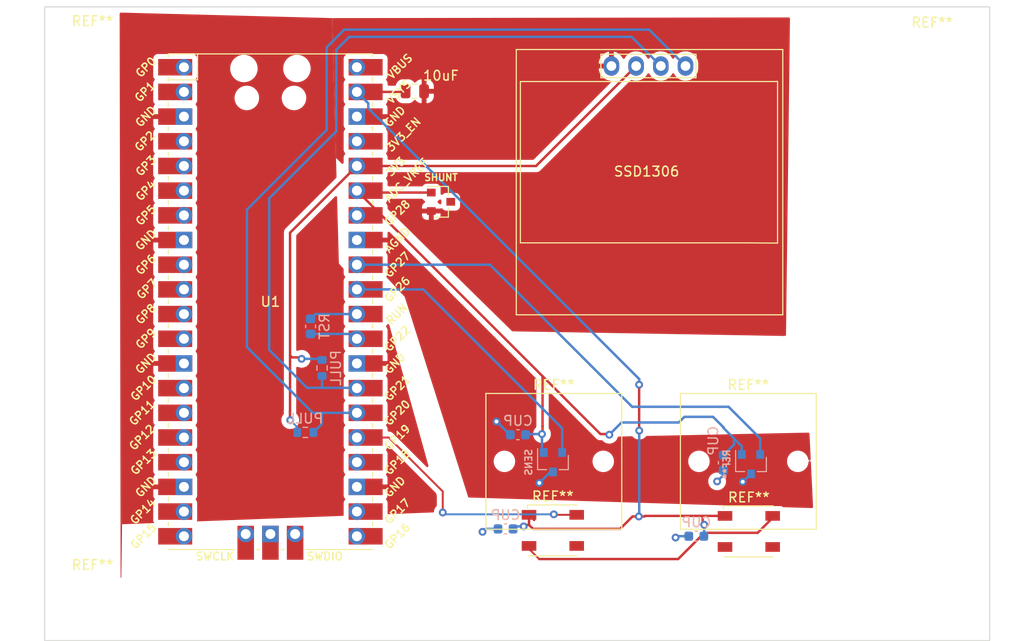
<source format=kicad_pcb>
(kicad_pcb (version 20221018) (generator pcbnew)
  (layers (0 "F.Cu" signal) (31 "B.Cu" signal) (34 "B.Paste" user) (35 "F.Paste" user) (36 "B.SilkS" user "B.Silkscreen") (37 "F.SilkS" user "F.Silkscreen") (38 "B.Mask" user) (39 "F.Mask" user) (44 "Edge.Cuts" user))
  (net 0 "")
  (net 1 "AGND")
  (net 2 "GND")
  (footprint "SSD1306:128x64OLED" (layer "F.Cu") (at 82 75)
    (fp_text reference "SSD1306" (at 0 0.254) (layer "F.SilkS"))
    (fp_text value "128x64OLED")
    (fp_line (start -13.4 -12.3) (end 14 -12.3) (stroke (width 0.12)) (layer "F.SilkS"))
    (fp_line (start -13.4 15) (end -13.4 -12.3) (stroke (width 0.12)) (layer "F.SilkS"))
    (fp_line (start -12.978 -9.005) (end 10.122 -9.005) (stroke (width 0.12)) (layer "F.SilkS"))
    (fp_line (start -12.978 7.595) (end -12.978 -9.005) (stroke (width 0.12)) (layer "F.SilkS"))
    (fp_line (start -4.699 -11.811) (end -4.699 -9.398) (stroke (width 0.12)) (layer "F.SilkS"))
    (fp_line (start -4.699 -11.811) (end 5.08 -11.811) (stroke (width 0.12)) (layer "F.SilkS"))
    (fp_line (start 5.08 -11.811) (end 5.08 -9.398) (stroke (width 0.12)) (layer "F.SilkS"))
    (fp_line (start 5.08 -9.398) (end -4.699 -9.398) (stroke (width 0.12)) (layer "F.SilkS"))
    (fp_line (start 10.122 -9.005) (end 13.208 -9.005) (stroke (width 0.12)) (layer "F.SilkS"))
    (fp_line (start 10.122 7.595) (end -12.978 7.595) (stroke (width 0.12)) (layer "F.SilkS"))
    (fp_line (start 10.122 7.595) (end 13.462 7.62) (stroke (width 0.12)) (layer "F.SilkS"))
    (fp_line (start 13.462 -9.017) (end 13.208 -9.005) (stroke (width 0.12)) (layer "F.SilkS"))
    (fp_line (start 13.462 7.62) (end 13.462 -9.017) (stroke (width 0.12)) (layer "F.SilkS"))
    (fp_line (start 14 -12.3) (end 14 15) (stroke (width 0.12)) (layer "F.SilkS"))
    (fp_line (start 14 15) (end -13.4 15) (stroke (width 0.12)) (layer "F.SilkS"))
    (pad "1" thru_hole oval (at -3.62 -10.6 90) (size 2 1.6) (drill 1) (layers "*.Cu" "*.Mask") (net 2 "GND"))
    (pad "2" thru_hole oval (at -1.08 -10.6 90) (size 2 1.6) (drill 1) (layers "*.Cu" "*.Mask"))
    (pad "3" thru_hole oval (at 1.46 -10.6 90) (size 2 1.6) (drill 1) (layers "*.Cu" "*.Mask"))
    (pad "4" thru_hole oval (at 4 -10.6 90) (size 2 1.6) (drill 1) (layers "*.Cu" "*.Mask"))
  )
  (footprint "MountingHole:MountingHole_2.2mm_M2" (layer "F.Cu") (at 25.03 62.98)
    (fp_text reference "REF**" (at 0 -3.2) (layer "F.SilkS"))
    (fp_text value "MountingHole_2.2mm_M2")
    (pad "" np_thru_hole circle (at -0.03 0.02) (size 2.2 2.2) (drill 2.2) (layers "F&B.Cu" "*.Mask"))
  )
  (footprint "Keebio-Parts:SOT-23" (layer "F.Cu") (at 60.86 78.37)
    (fp_text reference "SHUNT" (at 0 -2.5) (layer "F.SilkS") (effects (font (size 0.7 0.7))))
    (fp_text value "LM4040")
    (fp_line (start 0.76 -1.58) (end -1.4 -1.58) (stroke (width 0.12)) (layer "F.SilkS"))
    (fp_line (start 0.76 -1.58) (end 0.76 -0.65) (stroke (width 0.12)) (layer "F.SilkS"))
    (fp_line (start 0.76 1.58) (end -0.7 1.58) (stroke (width 0.12)) (layer "F.SilkS"))
    (fp_line (start 0.76 1.58) (end 0.76 0.65) (stroke (width 0.12)) (layer "F.SilkS"))
    (pad "1" smd rect (at -1 -0.95) (size 0.9 0.8) (layers "F.Cu" "F.Paste" "F.Mask"))
    (pad "2" smd rect (at -1 0.95) (size 0.9 0.8) (layers "F.Cu" "F.Paste" "F.Mask") (net 2 "GND"))
    (pad "3" smd rect (at 1 0) (size 0.9 0.8) (layers "F.Cu" "F.Paste" "F.Mask"))
  )
  (footprint "MCU_RaspberryPi_and_Boards:RPi_Pico_SMD_TH" (layer "F.Cu") (at 43.32 88.655)
    (fp_text reference "U1" (at 0 0) (layer "F.SilkS"))
    (fp_text value "RPi_Pico_SMD_TH")
    (fp_text user "GP4" (at -12.8 -11.43 45) (layer "F.SilkS") (effects (font (size 0.8 0.8))))
    (fp_text user "GP22" (at 13.054 3.81 45) (layer "F.SilkS") (effects (font (size 0.8 0.8))))
    (fp_text user "SWCLK" (at -5.7 26.2) (layer "F.SilkS") (effects (font (size 0.8 0.8))))
    (fp_text user "GP6" (at -12.8 -3.81 45) (layer "F.SilkS") (effects (font (size 0.8 0.8))))
    (fp_text user "GP7" (at -12.7 -1.3 45) (layer "F.SilkS") (effects (font (size 0.8 0.8))))
    (fp_text user "3V3_EN" (at 13.7 -17.2 45) (layer "F.SilkS") (effects (font (size 0.8 0.8))))
    (fp_text user "GP26" (at 13.054 -1.27 45) (layer "F.SilkS") (effects (font (size 0.8 0.8))))
    (fp_text user "GND" (at -12.8 -19.05 45) (layer "F.SilkS") (effects (font (size 0.8 0.8))))
    (fp_text user "GP13" (at -13.054 16.51 45) (layer "F.SilkS") (effects (font (size 0.8 0.8))))
    (fp_text user "GP20" (at 13.054 11.43 45) (layer "F.SilkS") (effects (font (size 0.8 0.8))))
    (fp_text user "GP14" (at -13.1 21.59 45) (layer "F.SilkS") (effects (font (size 0.8 0.8))))
    (fp_text user "GP15" (at -13.054 24.13 45) (layer "F.SilkS") (effects (font (size 0.8 0.8))))
    (fp_text user "GND" (at 12.8 6.35 45) (layer "F.SilkS") (effects (font (size 0.8 0.8))))
    (fp_text user "3V3" (at 12.9 -13.9 45) (layer "F.SilkS") (effects (font (size 0.8 0.8))))
    (fp_text user "RUN" (at 13 1.27 45) (layer "F.SilkS") (effects (font (size 0.8 0.8))))
    (fp_text user "GP11" (at -13.2 11.43 45) (layer "F.SilkS") (effects (font (size 0.8 0.8))))
    (fp_text user "GP8" (at -12.8 1.27 45) (layer "F.SilkS") (effects (font (size 0.8 0.8))))
    (fp_text user "GP1" (at -12.9 -21.6 45) (layer "F.SilkS") (effects (font (size 0.8 0.8))))
    (fp_text user "GP0" (at -12.8 -24.13 45) (layer "F.SilkS") (effects (font (size 0.8 0.8))))
    (fp_text user "GP16" (at 13.054 24.13 45) (layer "F.SilkS") (effects (font (size 0.8 0.8))))
    (fp_text user "AGND" (at 13.054 -6.35 45) (layer "F.SilkS") (effects (font (size 0.8 0.8))))
    (fp_text user "GND" (at -12.8 19.05 45) (layer "F.SilkS") (effects (font (size 0.8 0.8))))
    (fp_text user "GND" (at 12.8 19.05 45) (layer "F.SilkS") (effects (font (size 0.8 0.8))))
    (fp_text user "GP10" (at -13.054 8.89 45) (layer "F.SilkS") (effects (font (size 0.8 0.8))))
    (fp_text user "GP21" (at 13.054 8.9 45) (layer "F.SilkS") (effects (font (size 0.8 0.8))))
    (fp_text user "GP28" (at 13.054 -9.144 45) (layer "F.SilkS") (effects (font (size 0.8 0.8))))
    (fp_text user "GND" (at 12.8 -19.05 45) (layer "F.SilkS") (effects (font (size 0.8 0.8))))
    (fp_text user "VSYS" (at 13.2 -21.59 45) (layer "F.SilkS") (effects (font (size 0.8 0.8))))
    (fp_text user "GP5" (at -12.8 -8.89 45) (layer "F.SilkS") (effects (font (size 0.8 0.8))))
    (fp_text user "GND" (at -12.8 -6.35 45) (layer "F.SilkS") (effects (font (size 0.8 0.8))))
    (fp_text user "GP27" (at 13.054 -3.8 45) (layer "F.SilkS") (effects (font (size 0.8 0.8))))
    (fp_text user "GP17" (at 13.054 21.59 45) (layer "F.SilkS") (effects (font (size 0.8 0.8))))
    (fp_text user "ADC_VREF" (at 14 -12.5 45) (layer "F.SilkS") (effects (font (size 0.8 0.8))))
    (fp_text user "SWDIO" (at 5.6 26.2) (layer "F.SilkS") (effects (font (size 0.8 0.8))))
    (fp_text user "GP3" (at -12.8 -13.97 45) (layer "F.SilkS") (effects (font (size 0.8 0.8))))
    (fp_text user "GP19" (at 13.054 13.97 45) (layer "F.SilkS") (effects (font (size 0.8 0.8))))
    (fp_text user "GP12" (at -13.2 13.97 45) (layer "F.SilkS") (effects (font (size 0.8 0.8))))
    (fp_text user "GP9" (at -12.8 3.81 45) (layer "F.SilkS") (effects (font (size 0.8 0.8))))
    (fp_text user "GP18" (at 13.054 16.51 45) (layer "F.SilkS") (effects (font (size 0.8 0.8))))
    (fp_text user "GP2" (at -12.9 -16.51 45) (layer "F.SilkS") (effects (font (size 0.8 0.8))))
    (fp_text user "VBUS" (at 13.3 -24.2 45) (layer "F.SilkS") (effects (font (size 0.8 0.8))))
    (fp_text user "GND" (at -12.8 6.35 45) (layer "F.SilkS") (effects (font (size 0.8 0.8))))
    (fp_line (start -10.5 -25.5) (end -10.5 -25.2) (stroke (width 0.12)) (layer "F.SilkS"))
    (fp_line (start -10.5 -25.5) (end 10.5 -25.5) (stroke (width 0.12)) (layer "F.SilkS"))
    (fp_line (start -10.5 -23.1) (end -10.5 -22.7) (stroke (width 0.12)) (layer "F.SilkS"))
    (fp_line (start -10.5 -22.833) (end -7.493 -22.833) (stroke (width 0.12)) (layer "F.SilkS"))
    (fp_line (start -10.5 -20.5) (end -10.5 -20.1) (stroke (width 0.12)) (layer "F.SilkS"))
    (fp_line (start -10.5 -18) (end -10.5 -17.6) (stroke (width 0.12)) (layer "F.SilkS"))
    (fp_line (start -10.5 -15.4) (end -10.5 -15) (stroke (width 0.12)) (layer "F.SilkS"))
    (fp_line (start -10.5 -12.9) (end -10.5 -12.5) (stroke (width 0.12)) (layer "F.SilkS"))
    (fp_line (start -10.5 -10.4) (end -10.5 -10) (stroke (width 0.12)) (layer "F.SilkS"))
    (fp_line (start -10.5 -7.8) (end -10.5 -7.4) (stroke (width 0.12)) (layer "F.SilkS"))
    (fp_line (start -10.5 -5.3) (end -10.5 -4.9) (stroke (width 0.12)) (layer "F.SilkS"))
    (fp_line (start -10.5 -2.7) (end -10.5 -2.3) (stroke (width 0.12)) (layer "F.SilkS"))
    (fp_line (start -10.5 -0.2) (end -10.5 0.2) (stroke (width 0.12)) (layer "F.SilkS"))
    (fp_line (start -10.5 2.3) (end -10.5 2.7) (stroke (width 0.12)) (layer "F.SilkS"))
    (fp_line (start -10.5 4.9) (end -10.5 5.3) (stroke (width 0.12)) (layer "F.SilkS"))
    (fp_line (start -10.5 7.4) (end -10.5 7.8) (stroke (width 0.12)) (layer "F.SilkS"))
    (fp_line (start -10.5 10) (end -10.5 10.4) (stroke (width 0.12)) (layer "F.SilkS"))
    (fp_line (start -10.5 12.5) (end -10.5 12.9) (stroke (width 0.12)) (layer "F.SilkS"))
    (fp_line (start -10.5 15.1) (end -10.5 15.5) (stroke (width 0.12)) (layer "F.SilkS"))
    (fp_line (start -10.5 17.6) (end -10.5 18) (stroke (width 0.12)) (layer "F.SilkS"))
    (fp_line (start -10.5 20.1) (end -10.5 20.5) (stroke (width 0.12)) (layer "F.SilkS"))
    (fp_line (start -10.5 22.7) (end -10.5 23.1) (stroke (width 0.12)) (layer "F.SilkS"))
    (fp_line (start -7.493 -22.833) (end -7.493 -25.5) (stroke (width 0.12)) (layer "F.SilkS"))
    (fp_line (start -3.7 25.5) (end -10.5 25.5) (stroke (width 0.12)) (layer "F.SilkS"))
    (fp_line (start -1.5 25.5) (end -1.1 25.5) (stroke (width 0.12)) (layer "F.SilkS"))
    (fp_line (start 1.1 25.5) (end 1.5 25.5) (stroke (width 0.12)) (layer "F.SilkS"))
    (fp_line (start 10.5 -25.5) (end 10.5 -25.2) (stroke (width 0.12)) (layer "F.SilkS"))
    (fp_line (start 10.5 -23.1) (end 10.5 -22.7) (stroke (width 0.12)) (layer "F.SilkS"))
    (fp_line (start 10.5 -20.5) (end 10.5 -20.1) (stroke (width 0.12)) (layer "F.SilkS"))
    (fp_line (start 10.5 -18) (end 10.5 -17.6) (stroke (width 0.12)) (layer "F.SilkS"))
    (fp_line (start 10.5 -15.4) (end 10.5 -15) (stroke (width 0.12)) (layer "F.SilkS"))
    (fp_line (start 10.5 -12.9) (end 10.5 -12.5) (stroke (width 0.12)) (layer "F.SilkS"))
    (fp_line (start 10.5 -10.4) (end 10.5 -10) (stroke (width 0.12)) (layer "F.SilkS"))
    (fp_line (start 10.5 -7.8) (end 10.5 -7.4) (stroke (width 0.12)) (layer "F.SilkS"))
    (fp_line (start 10.5 -5.3) (end 10.5 -4.9) (stroke (width 0.12)) (layer "F.SilkS"))
    (fp_line (start 10.5 -2.7) (end 10.5 -2.3) (stroke (width 0.12)) (layer "F.SilkS"))
    (fp_line (start 10.5 -0.2) (end 10.5 0.2) (stroke (width 0.12)) (layer "F.SilkS"))
    (fp_line (start 10.5 2.3) (end 10.5 2.7) (stroke (width 0.12)) (layer "F.SilkS"))
    (fp_line (start 10.5 4.9) (end 10.5 5.3) (stroke (width 0.12)) (layer "F.SilkS"))
    (fp_line (start 10.5 7.4) (end 10.5 7.8) (stroke (width 0.12)) (layer "F.SilkS"))
    (fp_line (start 10.5 10) (end 10.5 10.4) (stroke (width 0.12)) (layer "F.SilkS"))
    (fp_line (start 10.5 12.5) (end 10.5 12.9) (stroke (width 0.12)) (layer "F.SilkS"))
    (fp_line (start 10.5 15.1) (end 10.5 15.5) (stroke (width 0.12)) (layer "F.SilkS"))
    (fp_line (start 10.5 17.6) (end 10.5 18) (stroke (width 0.12)) (layer "F.SilkS"))
    (fp_line (start 10.5 20.1) (end 10.5 20.5) (stroke (width 0.12)) (layer "F.SilkS"))
    (fp_line (start 10.5 22.7) (end 10.5 23.1) (stroke (width 0.12)) (layer "F.SilkS"))
    (fp_line (start 10.5 25.5) (end 3.7 25.5) (stroke (width 0.12)) (layer "F.SilkS"))
    (pad "" np_thru_hole oval (at -2.725 -24) (size 1.8 1.8) (drill 1.8) (layers "*.Cu" "*.Mask"))
    (pad "" np_thru_hole oval (at -2.425 -20.97) (size 1.5 1.5) (drill 1.5) (layers "*.Cu" "*.Mask"))
    (pad "" np_thru_hole oval (at 2.425 -20.97) (size 1.5 1.5) (drill 1.5) (layers "*.Cu" "*.Mask"))
    (pad "" np_thru_hole oval (at 2.725 -24) (size 1.8 1.8) (drill 1.8) (layers "*.Cu" "*.Mask"))
    (pad "1" thru_hole oval (at -8.89 -24.13) (size 1.7 1.7) (drill 1.02) (layers "*.Cu" "*.Mask"))
    (pad "1" smd rect (at -8.89 -24.13) (size 3.5 1.7) (drill (offset -0.9 0)) (layers "F.Cu" "F.Mask"))
    (pad "2" thru_hole oval (at -8.89 -21.59) (size 1.7 1.7) (drill 1.02) (layers "*.Cu" "*.Mask"))
    (pad "2" smd rect (at -8.89 -21.59) (size 3.5 1.7) (drill (offset -0.9 0)) (layers "F.Cu" "F.Mask"))
    (pad "3" thru_hole rect (at -8.89 -19.05) (size 1.7 1.7) (drill 1.02) (layers "*.Cu" "*.Mask"))
    (pad "3" smd rect (at -8.89 -19.05) (size 3.5 1.7) (drill (offset -0.9 0)) (layers "F.Cu" "F.Mask") (net 2 "GND"))
    (pad "4" thru_hole oval (at -8.89 -16.51) (size 1.7 1.7) (drill 1.02) (layers "*.Cu" "*.Mask"))
    (pad "4" smd rect (at -8.89 -16.51) (size 3.5 1.7) (drill (offset -0.9 0)) (layers "F.Cu" "F.Mask"))
    (pad "5" thru_hole oval (at -8.89 -13.97) (size 1.7 1.7) (drill 1.02) (layers "*.Cu" "*.Mask"))
    (pad "5" smd rect (at -8.89 -13.97) (size 3.5 1.7) (drill (offset -0.9 0)) (layers "F.Cu" "F.Mask"))
    (pad "6" thru_hole oval (at -8.89 -11.43) (size 1.7 1.7) (drill 1.02) (layers "*.Cu" "*.Mask"))
    (pad "6" smd rect (at -8.89 -11.43) (size 3.5 1.7) (drill (offset -0.9 0)) (layers "F.Cu" "F.Mask"))
    (pad "7" thru_hole oval (at -8.89 -8.89) (size 1.7 1.7) (drill 1.02) (layers "*.Cu" "*.Mask"))
    (pad "7" smd rect (at -8.89 -8.89) (size 3.5 1.7) (drill (offset -0.9 0)) (layers "F.Cu" "F.Mask"))
    (pad "8" thru_hole rect (at -8.89 -6.35) (size 1.7 1.7) (drill 1.02) (layers "*.Cu" "*.Mask"))
    (pad "8" smd rect (at -8.89 -6.35) (size 3.5 1.7) (drill (offset -0.9 0)) (layers "F.Cu" "F.Mask") (net 2 "GND"))
    (pad "9" thru_hole oval (at -8.89 -3.81) (size 1.7 1.7) (drill 1.02) (layers "*.Cu" "*.Mask"))
    (pad "9" smd rect (at -8.89 -3.81) (size 3.5 1.7) (drill (offset -0.9 0)) (layers "F.Cu" "F.Mask"))
    (pad "10" thru_hole oval (at -8.89 -1.27) (size 1.7 1.7) (drill 1.02) (layers "*.Cu" "*.Mask"))
    (pad "10" smd rect (at -8.89 -1.27) (size 3.5 1.7) (drill (offset -0.9 0)) (layers "F.Cu" "F.Mask"))
    (pad "11" thru_hole oval (at -8.89 1.27) (size 1.7 1.7) (drill 1.02) (layers "*.Cu" "*.Mask"))
    (pad "11" smd rect (at -8.89 1.27) (size 3.5 1.7) (drill (offset -0.9 0)) (layers "F.Cu" "F.Mask"))
    (pad "12" thru_hole oval (at -8.89 3.81) (size 1.7 1.7) (drill 1.02) (layers "*.Cu" "*.Mask"))
    (pad "12" smd rect (at -8.89 3.81) (size 3.5 1.7) (drill (offset -0.9 0)) (layers "F.Cu" "F.Mask"))
    (pad "13" thru_hole rect (at -8.89 6.35) (size 1.7 1.7) (drill 1.02) (layers "*.Cu" "*.Mask"))
    (pad "13" smd rect (at -8.89 6.35) (size 3.5 1.7) (drill (offset -0.9 0)) (layers "F.Cu" "F.Mask") (net 2 "GND"))
    (pad "14" thru_hole oval (at -8.89 8.89) (size 1.7 1.7) (drill 1.02) (layers "*.Cu" "*.Mask"))
    (pad "14" smd rect (at -8.89 8.89) (size 3.5 1.7) (drill (offset -0.9 0)) (layers "F.Cu" "F.Mask"))
    (pad "15" thru_hole oval (at -8.89 11.43) (size 1.7 1.7) (drill 1.02) (layers "*.Cu" "*.Mask"))
    (pad "15" smd rect (at -8.89 11.43) (size 3.5 1.7) (drill (offset -0.9 0)) (layers "F.Cu" "F.Mask"))
    (pad "16" thru_hole oval (at -8.89 13.97) (size 1.7 1.7) (drill 1.02) (layers "*.Cu" "*.Mask"))
    (pad "16" smd rect (at -8.89 13.97) (size 3.5 1.7) (drill (offset -0.9 0)) (layers "F.Cu" "F.Mask"))
    (pad "17" thru_hole oval (at -8.89 16.51) (size 1.7 1.7) (drill 1.02) (layers "*.Cu" "*.Mask"))
    (pad "17" smd rect (at -8.89 16.51) (size 3.5 1.7) (drill (offset -0.9 0)) (layers "F.Cu" "F.Mask"))
    (pad "18" thru_hole rect (at -8.89 19.05) (size 1.7 1.7) (drill 1.02) (layers "*.Cu" "*.Mask"))
    (pad "18" smd rect (at -8.89 19.05) (size 3.5 1.7) (drill (offset -0.9 0)) (layers "F.Cu" "F.Mask") (net 2 "GND"))
    (pad "19" thru_hole oval (at -8.89 21.59) (size 1.7 1.7) (drill 1.02) (layers "*.Cu" "*.Mask"))
    (pad "19" smd rect (at -8.89 21.59) (size 3.5 1.7) (drill (offset -0.9 0)) (layers "F.Cu" "F.Mask"))
    (pad "20" thru_hole oval (at -8.89 24.13) (size 1.7 1.7) (drill 1.02) (layers "*.Cu" "*.Mask"))
    (pad "20" smd rect (at -8.89 24.13) (size 3.5 1.7) (drill (offset -0.9 0)) (layers "F.Cu" "F.Mask"))
    (pad "21" thru_hole oval (at 8.89 24.13) (size 1.7 1.7) (drill 1.02) (layers "*.Cu" "*.Mask"))
    (pad "21" smd rect (at 8.89 24.13) (size 3.5 1.7) (drill (offset 0.9 0)) (layers "F.Cu" "F.Mask"))
    (pad "22" thru_hole oval (at 8.89 21.59) (size 1.7 1.7) (drill 1.02) (layers "*.Cu" "*.Mask"))
    (pad "22" smd rect (at 8.89 21.59) (size 3.5 1.7) (drill (offset 0.9 0)) (layers "F.Cu" "F.Mask"))
    (pad "23" thru_hole rect (at 8.89 19.05) (size 1.7 1.7) (drill 1.02) (layers "*.Cu" "*.Mask"))
    (pad "23" smd rect (at 8.89 19.05) (size 3.5 1.7) (drill (offset 0.9 0)) (layers "F.Cu" "F.Mask") (net 2 "GND"))
    (pad "24" thru_hole oval (at 8.89 16.51) (size 1.7 1.7) (drill 1.02) (layers "*.Cu" "*.Mask"))
    (pad "24" smd rect (at 8.89 16.51) (size 3.5 1.7) (drill (offset 0.9 0)) (layers "F.Cu" "F.Mask"))
    (pad "25" thru_hole oval (at 8.89 13.97) (size 1.7 1.7) (drill 1.02) (layers "*.Cu" "*.Mask"))
    (pad "25" smd rect (at 8.89 13.97) (size 3.5 1.7) (drill (offset 0.9 0)) (layers "F.Cu" "F.Mask"))
    (pad "26" thru_hole oval (at 8.89 11.43) (size 1.7 1.7) (drill 1.02) (layers "*.Cu" "*.Mask"))
    (pad "26" smd rect (at 8.89 11.43) (size 3.5 1.7) (drill (offset 0.9 0)) (layers "F.Cu" "F.Mask"))
    (pad "27" thru_hole oval (at 8.89 8.89) (size 1.7 1.7) (drill 1.02) (layers "*.Cu" "*.Mask"))
    (pad "27" smd rect (at 8.89 8.89) (size 3.5 1.7) (drill (offset 0.9 0)) (layers "F.Cu" "F.Mask"))
    (pad "28" thru_hole rect (at 8.89 6.35) (size 1.7 1.7) (drill 1.02) (layers "*.Cu" "*.Mask"))
    (pad "28" smd rect (at 8.89 6.35) (size 3.5 1.7) (drill (offset 0.9 0)) (layers "F.Cu" "F.Mask") (net 2 "GND"))
    (pad "29" thru_hole oval (at 8.89 3.81) (size 1.7 1.7) (drill 1.02) (layers "*.Cu" "*.Mask"))
    (pad "29" smd rect (at 8.89 3.81) (size 3.5 1.7) (drill (offset 0.9 0)) (layers "F.Cu" "F.Mask"))
    (pad "30" thru_hole oval (at 8.89 1.27) (size 1.7 1.7) (drill 1.02) (layers "*.Cu" "*.Mask"))
    (pad "30" smd rect (at 8.89 1.27) (size 3.5 1.7) (drill (offset 0.9 0)) (layers "F.Cu" "F.Mask"))
    (pad "31" thru_hole oval (at 8.89 -1.27) (size 1.7 1.7) (drill 1.02) (layers "*.Cu" "*.Mask"))
    (pad "31" smd rect (at 8.89 -1.27) (size 3.5 1.7) (drill (offset 0.9 0)) (layers "F.Cu" "F.Mask"))
    (pad "32" thru_hole oval (at 8.89 -3.81) (size 1.7 1.7) (drill 1.02) (layers "*.Cu" "*.Mask"))
    (pad "32" smd rect (at 8.89 -3.81) (size 3.5 1.7) (drill (offset 0.9 0)) (layers "F.Cu" "F.Mask"))
    (pad "33" thru_hole rect (at 8.89 -6.35) (size 1.7 1.7) (drill 1.02) (layers "*.Cu" "*.Mask") (net 1 "AGND"))
    (pad "33" smd rect (at 8.89 -6.35) (size 3.5 1.7) (drill (offset 0.9 0)) (layers "F.Cu" "F.Mask") (net 1 "AGND"))
    (pad "34" thru_hole oval (at 8.89 -8.89) (size 1.7 1.7) (drill 1.02) (layers "*.Cu" "*.Mask"))
    (pad "34" smd rect (at 8.89 -8.89) (size 3.5 1.7) (drill (offset 0.9 0)) (layers "F.Cu" "F.Mask"))
    (pad "35" thru_hole oval (at 8.89 -11.43) (size 1.7 1.7) (drill 1.02) (layers "*.Cu" "*.Mask"))
    (pad "35" smd rect (at 8.89 -11.43) (size 3.5 1.7) (drill (offset 0.9 0)) (layers "F.Cu" "F.Mask"))
    (pad "36" thru_hole oval (at 8.89 -13.97) (size 1.7 1.7) (drill 1.02) (layers "*.Cu" "*.Mask"))
    (pad "36" smd rect (at 8.89 -13.97) (size 3.5 1.7) (drill (offset 0.9 0)) (layers "F.Cu" "F.Mask"))
    (pad "37" thru_hole oval (at 8.89 -16.51) (size 1.7 1.7) (drill 1.02) (layers "*.Cu" "*.Mask"))
    (pad "37" smd rect (at 8.89 -16.51) (size 3.5 1.7) (drill (offset 0.9 0)) (layers "F.Cu" "F.Mask"))
    (pad "38" thru_hole rect (at 8.89 -19.05) (size 1.7 1.7) (drill 1.02) (layers "*.Cu" "*.Mask"))
    (pad "38" smd rect (at 8.89 -19.05) (size 3.5 1.7) (drill (offset 0.9 0)) (layers "F.Cu" "F.Mask") (net 2 "GND"))
    (pad "39" thru_hole oval (at 8.89 -21.59) (size 1.7 1.7) (drill 1.02) (layers "*.Cu" "*.Mask"))
    (pad "39" smd rect (at 8.89 -21.59) (size 3.5 1.7) (drill (offset 0.9 0)) (layers "F.Cu" "F.Mask"))
    (pad "40" thru_hole oval (at 8.89 -24.13) (size 1.7 1.7) (drill 1.02) (layers "*.Cu" "*.Mask"))
    (pad "40" smd rect (at 8.89 -24.13) (size 3.5 1.7) (drill (offset 0.9 0)) (layers "F.Cu" "F.Mask"))
    (pad "41" thru_hole oval (at -2.54 23.9) (size 1.7 1.7) (drill 1.02) (layers "*.Cu" "*.Mask"))
    (pad "41" smd rect (at -2.54 23.9 90) (size 3.5 1.7) (drill (offset -0.9 0)) (layers "F.Cu" "F.Mask"))
    (pad "42" thru_hole rect (at 0 23.9) (size 1.7 1.7) (drill 1.02) (layers "*.Cu" "*.Mask"))
    (pad "42" smd rect (at 0 23.9 90) (size 3.5 1.7) (drill (offset -0.9 0)) (layers "F.Cu" "F.Mask"))
    (pad "43" thru_hole oval (at 2.54 23.9) (size 1.7 1.7) (drill 1.02) (layers "*.Cu" "*.Mask"))
    (pad "43" smd rect (at 2.54 23.9 90) (size 3.5 1.7) (drill (offset -0.9 0)) (layers "F.Cu" "F.Mask"))
  )
  (footprint "Button_Switch_Keyboard:SW_Lekker_MX_1.00u_PCB" (layer "F.Cu") (at 75 100)
    (fp_text reference "REF**" (at -2.54 -2.794) (layer "F.SilkS"))
    (fp_text value "SW_Lekker_MX_1.00u_PCB")
    (fp_line (start -9.525 -1.905) (end 4.445 -1.905) (stroke (width 0.12)) (layer "F.SilkS"))
    (fp_line (start -9.525 12.065) (end -9.525 -1.905) (stroke (width 0.12)) (layer "F.SilkS"))
    (fp_line (start 4.445 -1.905) (end 4.445 12.065) (stroke (width 0.12)) (layer "F.SilkS"))
    (fp_line (start 4.445 12.065) (end -9.525 12.065) (stroke (width 0.12)) (layer "F.SilkS"))
    (pad "" np_thru_hole circle (at -7.62 5.08) (size 1.7 1.7) (drill 1.7) (layers "*.Cu" "*.Mask"))
    (pad "" np_thru_hole circle (at 2.54 5.08) (size 1.7 1.7) (drill 1.7) (layers "*.Cu" "*.Mask"))
  )
  (footprint "MountingHole:MountingHole_2.2mm_M2" (layer "F.Cu") (at 111.36 63.12)
    (fp_text reference "REF**" (at 0 -3.2) (layer "F.SilkS"))
    (fp_text value "MountingHole_2.2mm_M2")
    (pad "" np_thru_hole circle (at -0.03 0.02) (size 2.2 2.2) (drill 2.2) (layers "*.Cu" "*.Mask"))
  )
  (footprint "Button_Switch_Keyboard:SW_Lekker_MX_1.00u_PCB" (layer "F.Cu") (at 95 100)
    (fp_text reference "REF**" (at -2.54 -2.794) (layer "F.SilkS"))
    (fp_text value "SW_Lekker_MX_1.00u_PCB")
    (fp_line (start -9.525 -1.905) (end 4.445 -1.905) (stroke (width 0.12)) (layer "F.SilkS"))
    (fp_line (start -9.525 12.065) (end -9.525 -1.905) (stroke (width 0.12)) (layer "F.SilkS"))
    (fp_line (start 4.445 -1.905) (end 4.445 12.065) (stroke (width 0.12)) (layer "F.SilkS"))
    (fp_line (start 4.445 12.065) (end -9.525 12.065) (stroke (width 0.12)) (layer "F.SilkS"))
    (pad "" np_thru_hole circle (at -7.62 5.08) (size 1.7 1.7) (drill 1.7) (layers "*.Cu" "*.Mask"))
    (pad "" np_thru_hole circle (at 2.54 5.08) (size 1.7 1.7) (drill 1.7) (layers "*.Cu" "*.Mask"))
  )
  (footprint "LED_SMD:LED_Inolux_IN-PI554FCH_PLCC4_5.0x5.0mm_P3.2mm" (layer "F.Cu") (at 92.51 112.29)
    (fp_text reference "REF**" (at 0 -3.5) (layer "F.SilkS"))
    (fp_text value "LED_Inolux_IN-PI554FCH_PLCC4_5.0x5.0mm_P3.2mm" hide)
    (fp_line (start -2.62 -2.62) (end 2.5 -2.62) (stroke (width 0.12)) (layer "F.SilkS"))
    (fp_line (start -2.62 -2.3) (end -2.62 -2.62) (stroke (width 0.12)) (layer "F.SilkS"))
    (fp_line (start -2.5 2.62) (end 2.5 2.62) (stroke (width 0.12)) (layer "F.SilkS"))
    (pad "1" smd rect (at -2.45 -1.6) (size 1.5 1) (layers "F.Cu" "F.Paste" "F.Mask"))
    (pad "2" smd rect (at -2.45 1.6) (size 1.5 1) (layers "F.Cu" "F.Paste" "F.Mask"))
    (pad "3" smd rect (at 2.45 1.6) (size 1.5 1) (layers "F.Cu" "F.Paste" "F.Mask") (net 2 "GND"))
    (pad "4" smd rect (at 2.45 -1.6) (size 1.5 1) (layers "F.Cu" "F.Paste" "F.Mask"))
  )
  (footprint "LED_SMD:LED_Inolux_IN-PI554FCH_PLCC4_5.0x5.0mm_P3.2mm" (layer "F.Cu") (at 72.36 112.18)
    (fp_text reference "REF**" (at 0 -3.5) (layer "F.SilkS"))
    (fp_text value "LED_Inolux_IN-PI554FCH_PLCC4_5.0x5.0mm_P3.2mm" hide)
    (fp_line (start -2.62 -2.62) (end 2.5 -2.62) (stroke (width 0.12)) (layer "F.SilkS"))
    (fp_line (start -2.62 -2.3) (end -2.62 -2.62) (stroke (width 0.12)) (layer "F.SilkS"))
    (fp_line (start -2.5 2.62) (end 2.5 2.62) (stroke (width 0.12)) (layer "F.SilkS"))
    (pad "1" smd rect (at -2.45 -1.6) (size 1.5 1) (layers "F.Cu" "F.Paste" "F.Mask"))
    (pad "2" smd rect (at -2.45 1.6) (size 1.5 1) (layers "F.Cu" "F.Paste" "F.Mask"))
    (pad "3" smd rect (at 2.45 1.6) (size 1.5 1) (layers "F.Cu" "F.Paste" "F.Mask") (net 2 "GND"))
    (pad "4" smd rect (at 2.45 -1.6) (size 1.5 1) (layers "F.Cu" "F.Paste" "F.Mask"))
  )
  (footprint "Capacitor_SMD:C_0805_2012Metric" (layer "F.Cu") (at 58.17 67)
    (fp_text reference "10uF" (at 2.68 -1.61) (layer "F.SilkS"))
    (fp_text value "C_0805_2012Metric")
    (fp_line (start -0.261252 -0.735) (end 0.261252 -0.735) (stroke (width 0.12)) (layer "F.SilkS"))
    (fp_line (start -0.261252 0.735) (end 0.261252 0.735) (stroke (width 0.12)) (layer "F.SilkS"))
    (pad "1" smd roundrect (at -0.95 0) (size 1 1.45) (layers "F.Cu" "F.Paste" "F.Mask"))
    (pad "2" smd roundrect (at 0.95 0) (size 1 1.45) (layers "F.Cu" "F.Paste" "F.Mask") (net 2 "GND"))
  )
  (footprint "MountingHole:MountingHole_2.2mm_M2" (layer "F.Cu") (at 25.03 118.93)
    (fp_text reference "REF**" (at 0 -3.2) (layer "F.SilkS"))
    (fp_text value "MountingHole_2.2mm_M2")
    (pad "" np_thru_hole circle (at 0 0) (size 2.2 2.2) (drill 2.2) (layers "*.Cu" "*.Mask"))
  )
  (footprint "Capacitor_SMD:C_0603_1608Metric" (layer "B.Cu") (at 87.11 112.78 180)
    (fp_text reference "CUP" (at 0 1.43) (layer "B.SilkS") (effects (justify mirror)))
    (fp_text value "C_0603_1608Metric")
    (fp_line (start -0.14058 -0.51) (end 0.14058 -0.51) (stroke (width 0.12)) (layer "B.SilkS"))
    (fp_line (start -0.14058 0.51) (end 0.14058 0.51) (stroke (width 0.12)) (layer "B.SilkS"))
    (pad "1" smd roundrect (at -0.775 0 180) (size 0.9 0.95) (layers "B.Cu" "B.Paste" "B.Mask"))
    (pad "2" smd roundrect (at 0.775 0 180) (size 0.9 0.95) (layers "B.Cu" "B.Paste" "B.Mask") (net 2 "GND"))
  )
  (footprint "Capacitor_SMD:C_0603_1608Metric" (layer "B.Cu") (at 89.89 105.22 -90)
    (fp_text reference "CUP" (at -2.26 1.04 90) (layer "B.SilkS") (effects (justify mirror)))
    (fp_text value "C_0603_1608Metric")
    (fp_line (start -0.14058 -0.51) (end 0.14058 -0.51) (stroke (width 0.12)) (layer "B.SilkS"))
    (fp_line (start -0.14058 0.51) (end 0.14058 0.51) (stroke (width 0.12)) (layer "B.SilkS"))
    (pad "1" smd roundrect (at -0.775 0 270) (size 0.9 0.95) (layers "B.Cu" "B.Paste" "B.Mask"))
    (pad "2" smd roundrect (at 0.775 0 270) (size 0.9 0.95) (layers "B.Cu" "B.Paste" "B.Mask"))
  )
  (footprint "Keebio-Parts:SOT-23" (layer "B.Cu") (at 72.37 105.17 -90)
    (fp_text reference "SENS" (at 0 2.5 90) (layer "B.SilkS") (effects (font (size 0.7 0.7)) (justify mirror)))
    (fp_text value "SOT-23")
    (fp_line (start 0.76 -1.58) (end -0.7 -1.58) (stroke (width 0.12)) (layer "B.SilkS"))
    (fp_line (start 0.76 -1.58) (end 0.76 -0.65) (stroke (width 0.12)) (layer "B.SilkS"))
    (fp_line (start 0.76 1.58) (end -1.4 1.58) (stroke (width 0.12)) (layer "B.SilkS"))
    (fp_line (start 0.76 1.58) (end 0.76 0.65) (stroke (width 0.12)) (layer "B.SilkS"))
    (pad "1" smd rect (at -1 0.95 270) (size 0.9 0.8) (layers "B.Cu" "B.Paste" "B.Mask"))
    (pad "2" smd rect (at -1 -0.95 270) (size 0.9 0.8) (layers "B.Cu" "B.Paste" "B.Mask"))
    (pad "3" smd rect (at 1 0 270) (size 0.9 0.8) (layers "B.Cu" "B.Paste" "B.Mask") (net 1 "AGND"))
  )
  (footprint "Capacitor_SMD:C_0603_1608Metric" (layer "B.Cu") (at 47.45 91.19 90)
    (fp_text reference "RST" (at 0 1.43 90) (layer "B.SilkS") (effects (justify mirror)))
    (fp_text value "C_0603_1608Metric")
    (fp_line (start -0.14058 -0.51) (end 0.14058 -0.51) (stroke (width 0.12)) (layer "B.SilkS"))
    (fp_line (start -0.14058 0.51) (end 0.14058 0.51) (stroke (width 0.12)) (layer "B.SilkS"))
    (pad "1" smd roundrect (at -0.775 0 90) (size 0.9 0.95) (layers "B.Cu" "B.Paste" "B.Mask"))
    (pad "2" smd roundrect (at 0.775 0 90) (size 0.9 0.95) (layers "B.Cu" "B.Paste" "B.Mask"))
  )
  (footprint "Resistor_SMD:R_0603_1608Metric" (layer "B.Cu") (at 46.915 102.1 180)
    (fp_text reference "PULL" (at 0 1.43) (layer "B.SilkS") (effects (justify mirror)))
    (fp_text value "R_0603_1608Metric")
    (fp_line (start -0.237258 -0.5225) (end 0.237258 -0.5225) (stroke (width 0.12)) (layer "B.SilkS"))
    (fp_line (start -0.237258 0.5225) (end 0.237258 0.5225) (stroke (width 0.12)) (layer "B.SilkS"))
    (pad "1" smd roundrect (at -0.825 0 180) (size 0.8 0.95) (layers "B.Cu" "B.Paste" "B.Mask"))
    (pad "2" smd roundrect (at 0.825 0 180) (size 0.8 0.95) (layers "B.Cu" "B.Paste" "B.Mask"))
  )
  (footprint "Capacitor_SMD:C_0603_1608Metric" (layer "B.Cu") (at 68.77 102.34 180)
    (fp_text reference "CUP" (at 0 1.43) (layer "B.SilkS") (effects (justify mirror)))
    (fp_text value "C_0603_1608Metric")
    (fp_line (start -0.14058 -0.51) (end 0.14058 -0.51) (stroke (width 0.12)) (layer "B.SilkS"))
    (fp_line (start -0.14058 0.51) (end 0.14058 0.51) (stroke (width 0.12)) (layer "B.SilkS"))
    (pad "1" smd roundrect (at -0.775 0 180) (size 0.9 0.95) (layers "B.Cu" "B.Paste" "B.Mask"))
    (pad "2" smd roundrect (at 0.775 0 180) (size 0.9 0.95) (layers "B.Cu" "B.Paste" "B.Mask") (net 1 "AGND"))
  )
  (footprint "Resistor_SMD:R_0603_1608Metric" (layer "B.Cu") (at 48.63 95.47 90)
    (fp_text reference "PULL" (at 0 1.43 90) (layer "B.SilkS") (effects (justify mirror)))
    (fp_text value "R_0603_1608Metric")
    (fp_line (start -0.237258 -0.5225) (end 0.237258 -0.5225) (stroke (width 0.12)) (layer "B.SilkS"))
    (fp_line (start -0.237258 0.5225) (end 0.237258 0.5225) (stroke (width 0.12)) (layer "B.SilkS"))
    (pad "1" smd roundrect (at -0.825 0 90) (size 0.8 0.95) (layers "B.Cu" "B.Paste" "B.Mask"))
    (pad "2" smd roundrect (at 0.825 0 90) (size 0.8 0.95) (layers "B.Cu" "B.Paste" "B.Mask"))
  )
  (footprint "Keebio-Parts:SOT-23" (layer "B.Cu") (at 92.73 105.37 -90)
    (fp_text reference "REF**" (at 0 2.5 90) (layer "B.SilkS") (effects (font (size 0.7 0.7)) (justify mirror)))
    (fp_text value "SOT-23")
    (fp_line (start 0.76 -1.58) (end -0.7 -1.58) (stroke (width 0.12)) (layer "B.SilkS"))
    (fp_line (start 0.76 -1.58) (end 0.76 -0.65) (stroke (width 0.12)) (layer "B.SilkS"))
    (fp_line (start 0.76 1.58) (end -1.4 1.58) (stroke (width 0.12)) (layer "B.SilkS"))
    (fp_line (start 0.76 1.58) (end 0.76 0.65) (stroke (width 0.12)) (layer "B.SilkS"))
    (pad "1" smd rect (at -1 0.95 270) (size 0.9 0.8) (layers "B.Cu" "B.Paste" "B.Mask"))
    (pad "2" smd rect (at -1 -0.95 270) (size 0.9 0.8) (layers "B.Cu" "B.Paste" "B.Mask"))
    (pad "3" smd rect (at 1 0 270) (size 0.9 0.8) (layers "B.Cu" "B.Paste" "B.Mask") (net 1 "AGND"))
  )
  (footprint "Capacitor_SMD:C_0603_1608Metric" (layer "B.Cu") (at 67.495 112.03 180)
    (fp_text reference "CUP" (at 0 1.43) (layer "B.SilkS") (effects (justify mirror)))
    (fp_text value "C_0603_1608Metric")
    (fp_line (start -0.14058 -0.51) (end 0.14058 -0.51) (stroke (width 0.12)) (layer "B.SilkS"))
    (fp_line (start -0.14058 0.51) (end 0.14058 0.51) (stroke (width 0.12)) (layer "B.SilkS"))
    (pad "1" smd roundrect (at -0.775 0 180) (size 0.9 0.95) (layers "B.Cu" "B.Paste" "B.Mask"))
    (pad "2" smd roundrect (at 0.775 0 180) (size 0.9 0.95) (layers "B.Cu" "B.Paste" "B.Mask") (net 2 "GND"))
  )
  (gr_rect (start 20.11 58.31) (end 117.27 123.52) (stroke (width 0.1)) (fill none) (layer "Edge.Cuts"))
  (segment (start 52.21 110.245) (end 53.145 110.245) (width 0.25) (layer "F.Cu") (net 0))
  (segment (start 57.155 67.065) (end 57.22 67) (width 0.25) (layer "F.Cu") (net 0))
  (segment (start 89.98 110.77) (end 90.06 110.69) (width 0.2) (layer "F.Cu") (net 0))
  (segment (start 93.42 112.43) (end 94.96 110.89) (width 0.25) (layer "F.Cu") (net 0))
  (segment (start 90.06 110.69) (end 90.31 110.69) (width 0.2) (layer "F.Cu") (net 0))
  (segment (start 45.34 99.9) (end 45.33 99.91) (width 0.25) (layer "F.Cu") (net 0))
  (segment (start 52.405 77.42) (end 59.86 77.42) (width 0.25) (layer "F.Cu") (net 0))
  (segment (start 87.76 111.44) (end 87.92 111.6) (width 0.25) (layer "F.Cu") (net 0))
  (segment (start 87.94 112.43) (end 93.42 112.43) (width 0.25) (layer "F.Cu") (net 0))
  (segment (start 81.85 110.69) (end 87.76 110.69) (width 0.25) (layer "F.Cu") (net 0))
  (segment (start 71.3 101.47) (end 71.29 101.48) (width 0.25) (layer "F.Cu") (net 0))
  (segment (start 52.21 74.685) (end 45.34 81.555) (width 0.25) (layer "F.Cu") (net 0))
  (segment (start 77.255 102.27) (end 78.09 102.27) (width 0.25) (layer "F.Cu") (net 0))
  (segment (start 71.3 96.315) (end 77.255 102.27) (width 0.25) (layer "F.Cu") (net 0))
  (segment (start 45.34 94.17) (end 45.34 99.9) (width 0.25) (layer "F.Cu") (net 0))
  (segment (start 52.21 77.225) (end 52.235 77.2) (width 0.25) (layer "F.Cu") (net 0))
  (segment (start 87.76 110.69) (end 90.06 110.69) (width 0.25) (layer "F.Cu") (net 0))
  (segment (start 45.55 94.38) (end 46.38 94.38) (width 0.25) (layer "F.Cu") (net 0))
  (segment (start 46.38 94.38) (end 46.53 94.53) (width 0.25) (layer "F.Cu") (net 0))
  (segment (start 87.76 110.69) (end 87.76 111.44) (width 0.25) (layer "F.Cu") (net 0))
  (segment (start 71.3 102.21) (end 71.24 102.27) (width 0.25) (layer "F.Cu") (net 0))
  (segment (start 81.24 101.92) (end 81.23 101.93) (width 0.25) (layer "F.Cu") (net 0))
  (segment (start 69.91 114.09) (end 70.95 115.13) (width 0.2) (layer "F.Cu") (net 0))
  (segment (start 45.34 94.17) (end 45.55 94.38) (width 0.25) (layer "F.Cu") (net 0))
  (segment (start 72.46 110.53) (end 72.51 110.58) (width 0.2) (layer "F.Cu") (net 0))
  (segment (start 71.3 96.315) (end 71.3 101.47) (width 0.25) (layer "F.Cu") (net 0))
  (segment (start 52.21 77.225) (end 52.405 77.42) (width 0.25) (layer "F.Cu") (net 0))
  (segment (start 78.09 102.27) (end 78.16 102.34) (width 0.25) (layer "F.Cu") (net 0))
  (segment (start 81.79 110.75) (end 81.85 110.69) (width 0.25) (layer "F.Cu") (net 0))
  (segment (start 69.51 111.62) (end 69.36 111.77) (width 0.25) (layer "F.Cu") (net 0))
  (segment (start 69.91 111.62) (end 69.51 111.62) (width 0.25) (layer "F.Cu") (net 0))
  (segment (start 85.24 115.13) (end 87.94 112.43) (width 0.25) (layer "F.Cu") (net 0))
  (segment (start 70.95 115.13) (end 85.24 115.13) (width 0.25) (layer "F.Cu") (net 0))
  (segment (start 61.04 108.18) (end 55.485 102.625) (width 0.2) (layer "F.Cu") (net 0))
  (segment (start 81.23 97.19) (end 81.23 101.91) (width 0.25) (layer "F.Cu") (net 0))
  (segment (start 81.2 110.75) (end 80.55 110.75) (width 0.25) (layer "F.Cu") (net 0))
  (segment (start 94.96 110.89) (end 94.96 110.69) (width 0.25) (layer "F.Cu") (net 0))
  (segment (start 72.51 110.58) (end 74.81 110.58) (width 0.2) (layer "F.Cu") (net 0))
  (segment (start 71.3 101.47) (end 71.3 102.21) (width 0.25) (layer "F.Cu") (net 0))
  (segment (start 79.27 112.03) (end 70.32 112.03) (width 0.25) (layer "F.Cu") (net 0))
  (segment (start 52.21 77.225) (end 71.3 96.315) (width 0.25) (layer "F.Cu") (net 0))
  (segment (start 70.635 74.685) (end 80.92 64.4) (width 0.25) (layer "F.Cu") (net 0))
  (segment (start 69.91 113.78) (end 69.91 114.09) (width 0.2) (layer "F.Cu") (net 0))
  (segment (start 52.21 67.065) (end 57.155 67.065) (width 0.25) (layer "F.Cu") (net 0))
  (segment (start 55.485 102.625) (end 52.21 102.625) (width 0.2) (layer "F.Cu") (net 0))
  (segment (start 80.55 110.75) (end 79.27 112.03) (width 0.25) (layer "F.Cu") (net 0))
  (segment (start 70.44 111.11) (end 69.91 110.58) (width 0.25) (layer "F.Cu") (net 0))
  (segment (start 45.34 81.555) (end 45.34 94.17) (width 0.25) (layer "F.Cu") (net 0))
  (segment (start 61.04 110.34) (end 61.04 108.18) (width 0.2) (layer "F.Cu") (net 0))
  (segment (start 45.33 99.91) (end 45.33 100.81) (width 0.25) (layer "F.Cu") (net 0))
  (segment (start 69.91 111.62) (end 69.91 110.58) (width 0.25) (layer "F.Cu") (net 0))
  (segment (start 70.32 112.03) (end 69.91 111.62) (width 0.25) (layer "F.Cu") (net 0))
  (segment (start 81.2 110.75) (end 81.79 110.75) (width 0.25) (layer "F.Cu") (net 0))
  (segment (start 52.21 74.685) (end 70.635 74.685) (width 0.25) (layer "F.Cu") (net 0))
  (segment (start 81.23 101.91) (end 81.24 101.92) (width 0.25) (layer "F.Cu") (net 0))
  (segment (start 45.33 100.81) (end 45.36 100.84) (width 0.25) (layer "F.Cu") (net 0))
  (via (at 61.04 110.34) (size 0.8) (drill 0.4) (layers "F.Cu" "B.Cu") (net 0))
  (via (at 72.46 110.53) (size 0.8) (drill 0.4) (layers "F.Cu" "B.Cu") (net 0))
  (via (at 78.16 102.34) (size 0.8) (drill 0.4) (layers "F.Cu" "B.Cu") (net 0))
  (via (at 45.36 100.84) (size 0.8) (drill 0.4) (layers "F.Cu" "B.Cu") (net 0))
  (via (at 71.24 102.27) (size 0.8) (drill 0.4) (layers "F.Cu" "B.Cu") (net 0))
  (via (at 81.24 101.92) (size 0.8) (drill 0.4) (layers "F.Cu" "B.Cu") (net 0))
  (via (at 87.92 111.6) (size 0.8) (drill 0.4) (layers "F.Cu" "B.Cu") (net 0))
  (via (at 81.23 97.19) (size 0.8) (drill 0.4) (layers "F.Cu" "B.Cu") (net 0))
  (via (at 46.53 94.53) (size 0.8) (drill 0.4) (layers "F.Cu" "B.Cu") (net 0))
  (via (at 89.25 107.14) (size 0.8) (drill 0.4) (layers "F.Cu" "B.Cu") (net 0))
  (via (at 81.2 110.75) (size 0.8) (drill 0.4) (layers "F.Cu" "B.Cu") (net 0))
  (via (at 69.36 111.77) (size 0.8) (drill 0.4) (layers "F.Cu" "B.Cu") (net 0))
  (segment (start 48.515 94.53) (end 48.63 94.645) (width 0.25) (layer "B.Cu") (net 0))
  (segment (start 81.24 96.61) (end 53.385 68.755) (width 0.25) (layer "B.Cu") (net 0))
  (segment (start 48.59 101.25) (end 47.74 102.1) (width 0.25) (layer "B.Cu") (net 0))
  (segment (start 81.24 96.61) (end 81.24 97.18) (width 0.25) (layer "B.Cu") (net 0))
  (segment (start 93.68 104.37) (end 93.68 102.72) (width 0.25) (layer "B.Cu") (net 0))
  (segment (start 90.995 103.34) (end 89.89 104.445) (width 0.25) (layer "B.Cu") (net 0))
  (segment (start 71.24 103.99) (end 71.42 104.17) (width 0.25) (layer "B.Cu") (net 0))
  (segment (start 50.09 71.12) (end 50.1 71.12) (width 0.25) (layer "B.Cu") (net 0))
  (segment (start 82.26 60.66) (end 86 64.4) (width 0.25) (layer "B.Cu") (net 0))
  (segment (start 48.45 100.085) (end 47.675 100.085) (width 0.25) (layer "B.Cu") (net 0))
  (segment (start 43.2 93.61) (end 43.2 78.01) (width 0.25) (layer "B.Cu") (net 0))
  (segment (start 89.91 101.65) (end 89.91 101.58) (width 0.25) (layer "B.Cu") (net 0))
  (segment (start 46.53 94.53) (end 48.515 94.53) (width 0.25) (layer "B.Cu") (net 0))
  (segment (start 89.89 106.5) (end 89.25 107.14) (width 0.25) (layer "B.Cu") (net 0))
  (segment (start 73.32 104.17) (end 73.32 101.67) (width 0.25) (layer "B.Cu") (net 0))
  (segment (start 46.09 101.57) (end 45.36 100.84) (width 0.2) (layer "B.Cu") (net 0))
  (segment (start 48.63 96.295) (end 48.63 97.51) (width 0.25) (layer "B.Cu") (net 0))
  (segment (start 43.2 78.01) (end 50.09 71.12) (width 0.25) (layer "B.Cu") (net 0))
  (segment (start 79.42 101.08) (end 78.16 102.34) (width 0.25) (layer "B.Cu") (net 0))
  (segment (start 80.46 61.4) (end 83.46 64.4) (width 0.25) (layer "B.Cu") (net 0))
  (segment (start 52.21 89.925) (end 47.94 89.925) (width 0.25) (layer "B.Cu") (net 0))
  (segment (start 71.24 102.27) (end 69.615 102.27) (width 0.25) (layer "B.Cu") (net 0))
  (segment (start 72.46 110.53) (end 61.23 110.53) (width 0.2) (layer "B.Cu") (net 0))
  (segment (start 50.91 60.66) (end 82.26 60.66) (width 0.25) (layer "B.Cu") (net 0))
  (segment (start 52.175 97.51) (end 48.63 97.51) (width 0.25) (layer "B.Cu") (net 0))
  (segment (start 53.385 68.755) (end 53.385 68.24) (width 0.25) (layer "B.Cu") (net 0))
  (segment (start 49.1 62.47) (end 50.91 60.66) (width 0.25) (layer "B.Cu") (net 0))
  (segment (start 47.45 91.965) (end 51.71 91.965) (width 0.25) (layer "B.Cu") (net 0))
  (segment (start 47.1 97.51) (end 43.2 93.61) (width 0.25) (layer "B.Cu") (net 0))
  (segment (start 47.94 89.925) (end 47.45 90.415) (width 0.25) (layer "B.Cu") (net 0))
  (segment (start 69.36 111.77) (end 68.53 111.77) (width 0.25) (layer "B.Cu") (net 0))
  (segment (start 85.889695 100.495) (end 85.304695 101.08) (width 0.25) (layer "B.Cu") (net 0))
  (segment (start 50.1 71.12) (end 50.1 62.73) (width 0.25) (layer "B.Cu") (net 0))
  (segment (start 65.895 84.845) (end 52.21 84.845) (width 0.25) (layer "B.Cu") (net 0))
  (segment (start 51.71 91.965) (end 52.21 92.465) (width 0.25) (layer "B.Cu") (net 0))
  (segment (start 47.675 100.085) (end 40.91 93.32) (width 0.25) (layer "B.Cu") (net 0))
  (segment (start 81.24 97.18) (end 81.23 97.19) (width 0.25) (layer "B.Cu") (net 0))
  (segment (start 52.21 97.545) (end 52.175 97.51) (width 0.25) (layer "B.Cu") (net 0))
  (segment (start 50.1 62.73) (end 51.43 61.4) (width 0.25) (layer "B.Cu") (net 0))
  (segment (start 87.92 112.745) (end 87.885 112.78) (width 0.25) (layer "B.Cu") (net 0))
  (segment (start 46.09 102.1) (end 46.09 101.57) (width 0.2) (layer "B.Cu") (net 0))
  (segment (start 59.035 87.385) (end 52.21 87.385) (width 0.25) (layer "B.Cu") (net 0))
  (segment (start 80.51 99.46) (end 65.895 84.845) (width 0.25) (layer "B.Cu") (net 0))
  (segment (start 48.59 100.085) (end 48.45 100.085) (width 0.25) (layer "B.Cu") (net 0))
  (segment (start 48.59 100.085) (end 48.59 101.25) (width 0.25) (layer "B.Cu") (net 0))
  (segment (start 51.43 61.4) (end 80.46 61.4) (width 0.25) (layer "B.Cu") (net 0))
  (segment (start 73.32 101.67) (end 59.035 87.385) (width 0.25) (layer "B.Cu") (net 0))
  (segment (start 89.91 101.58) (end 88.825 100.495) (width 0.25) (layer "B.Cu") (net 0))
  (segment (start 90.995 102.735) (end 89.91 101.65) (width 0.25) (layer "B.Cu") (net 0))
  (segment (start 52.21 100.085) (end 48.59 100.085) (width 0.25) (layer "B.Cu") (net 0))
  (segment (start 69.615 102.27) (end 69.545 102.34) (width 0.25) (layer "B.Cu") (net 0))
  (segment (start 87.92 111.6) (end 87.92 112.745) (width 0.25) (layer "B.Cu") (net 0))
  (segment (start 53.385 68.24) (end 52.21 67.065) (width 0.25) (layer "B.Cu") (net 0))
  (segment (start 40.91 79.17) (end 49.1 70.98) (width 0.25) (layer "B.Cu") (net 0))
  (segment (start 91.78 104.37) (end 91.78 103.52) (width 0.25) (layer "B.Cu") (net 0))
  (segment (start 90.995 102.735) (end 90.995 103.34) (width 0.25) (layer "B.Cu") (net 0))
  (segment (start 49.1 70.98) (end 49.1 62.47) (width 0.25) (layer "B.Cu") (net 0))
  (segment (start 61.23 110.53) (end 61.04 110.34) (width 0.2) (layer "B.Cu") (net 0))
  (segment (start 93.68 102.72) (end 90.42 99.46) (width 0.25) (layer "B.Cu") (net 0))
  (segment (start 88.825 100.495) (end 85.889695 100.495) (width 0.25) (layer "B.Cu") (net 0))
  (segment (start 90.42 99.46) (end 80.51 99.46) (width 0.25) (layer "B.Cu") (net 0))
  (segment (start 68.53 111.77) (end 68.27 112.03) (width 0.25) (layer "B.Cu") (net 0))
  (segment (start 48.61 97.49) (end 48.63 97.51) (width 0.2) (layer "B.Cu") (net 0))
  (segment (start 85.304695 101.08) (end 79.42 101.08) (width 0.25) (layer "B.Cu") (net 0))
  (segment (start 71.24 102.27) (end 71.24 103.99) (width 0.25) (layer "B.Cu") (net 0))
  (segment (start 89.89 105.995) (end 89.89 106.5) (width 0.25) (layer "B.Cu") (net 0))
  (segment (start 91.78 103.52) (end 90.995 102.735) (width 0.25) (layer "B.Cu") (net 0))
  (segment (start 81.24 101.92) (end 81.24 110.71) (width 0.25) (layer "B.Cu") (net 0))
  (segment (start 40.91 93.32) (end 40.91 79.17) (width 0.25) (layer "B.Cu") (net 0))
  (segment (start 48.63 97.51) (end 47.1 97.51) (width 0.25) (layer "B.Cu") (net 0))
  (segment (start 81.24 110.71) (end 81.2 110.75) (width 0.25) (layer "B.Cu") (net 0))
  (via (at 66.56 100.98) (size 0.8) (drill 0.4) (layers "F.Cu" "B.Cu") (net 1))
  (via (at 91.88 107.18) (size 0.8) (drill 0.4) (layers "F.Cu" "B.Cu") (net 1))
  (via (at 70.97 107.3) (size 0.8) (drill 0.4) (layers "F.Cu" "B.Cu") (net 1))
  (segment (start 72.37 106.17) (end 72.1 106.17) (width 0.25) (layer "B.Cu") (net 1))
  (segment (start 92.69 106.37) (end 92.73 106.37) (width 0.25) (layer "B.Cu") (net 1))
  (segment (start 91.88 107.18) (end 92.69 106.37) (width 0.25) (layer "B.Cu") (net 1))
  (segment (start 67.995 102.34) (end 67.95 102.34) (width 0.25) (layer "B.Cu") (net 1))
  (segment (start 67.95 102.34) (end 66.56 100.98) (width 0.25) (layer "B.Cu") (net 1))
  (segment (start 66.56 100.98) (end 66.91 101.3) (width 0.25) (layer "B.Cu") (net 1))
  (segment (start 72.1 106.17) (end 70.97 107.3) (width 0.25) (layer "B.Cu") (net 1))
  (via (at 84.98 112.92) (size 0.8) (drill 0.4) (layers "F.Cu" "B.Cu") (net 2))
  (via (at 65.13 112.33) (size 0.8) (drill 0.4) (layers "F.Cu" "B.Cu") (net 2))
  (segment (start 66.72 112.03) (end 65.43 112.03) (width 0.25) (layer "B.Cu") (net 2))
  (segment (start 86.335 112.78) (end 85.12 112.78) (width 0.25) (layer "B.Cu") (net 2))
  (segment (start 65.43 112.03) (end 65.13 112.33) (width 0.25) (layer "B.Cu") (net 2))
  (segment (start 85.12 112.78) (end 84.98 112.92) (width 0.25) (layer "B.Cu") (net 2))
  (zone (net 2) (net_name "GND") (layer "F.Cu") (priority 2) (connect_pads (clearance 0.508)) (min_thickness 0.25) (fill yes (thermal_gap 0.5) (thermal_bridge_width 0.5) (island_removal_mode 1) (island_area_min 10))
    (polygon (pts (xy 27.82 58.9) (xy 27.92 117.08) (xy 63.05 118.04) (xy 55.36 90.39) (xy 50.36 84.71) (xy 49.67 59.47)))
  )
  (zone (net 1) (net_name "AGND") (layer "F.Cu") (connect_pads (clearance 0.508)) (min_thickness 0.25) (fill yes (thermal_gap 0.5) (thermal_bridge_width 0.5) (island_removal_mode 1) (island_area_min 10))
    (polygon (pts (xy 52.9 80.31) (xy 55.46 80.74) (xy 77.37 102.56) (xy 98.74 102.12) (xy 99.12 109.89) (xy 63.67 108.8) (xy 57.13 88.15) (xy 53.19 83.93) (xy 50.74 80.55)))
  )
  (zone (net 2) (net_name "GND") (layer "F.Cu") (priority 1) (connect_pads (clearance 0.508)) (min_thickness 0.25) (fill yes (thermal_gap 0.5) (thermal_bridge_width 0.5) (island_removal_mode 1) (island_area_min 10))
    (polygon (pts (xy 96.74 59.4) (xy 96.33 92.18) (xy 68.18 91.7) (xy 56.12 79.84) (xy 49.81 73.61) (xy 49.67 59.47)))
  )
)
</source>
